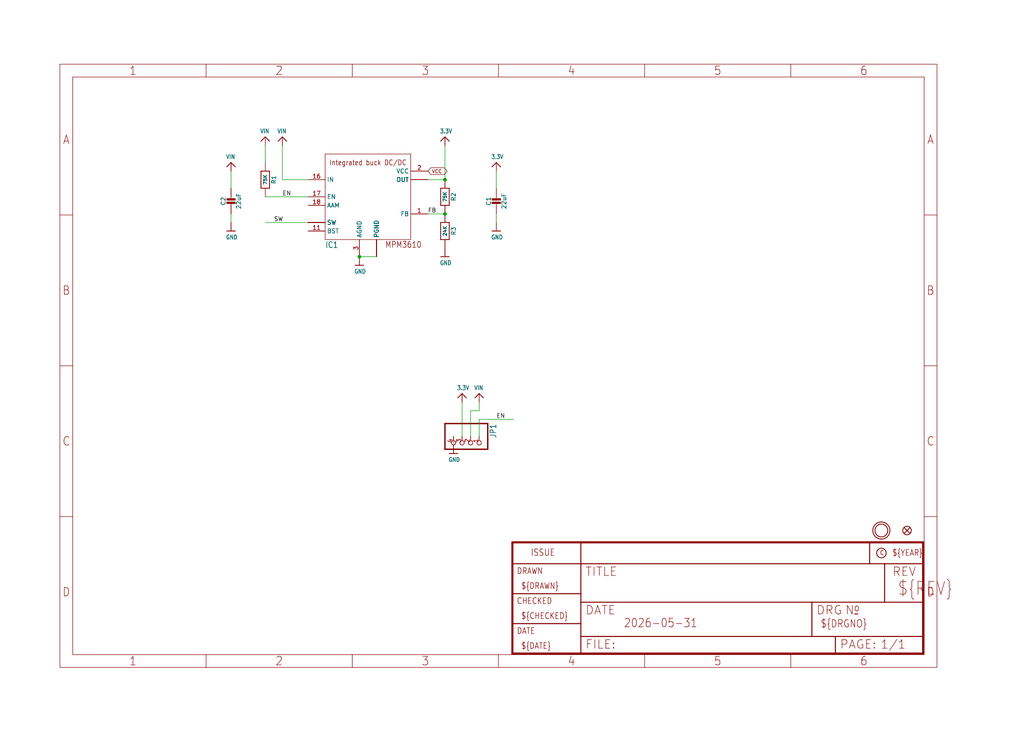
<source format=kicad_sch>
(kicad_sch (version 20230121) (generator eeschema)
  (paper "User" 303.962 217.322)
  (lib_symbols
    (symbol "working-eagle-import:3.3V" (power)
      (property "Value" "3.3V" (at -1.524 1.016 0))
      (symbol "3.3V_1_0"
        (polyline (pts (xy -1.27 -1.27) (xy 0 0)) (stroke (width 0.254)))
        (polyline (pts (xy 0 0) (xy 1.27 -1.27)) (stroke (width 0.254)))
        (pin power_in line (at 0 -2.54 90) (length 2.54) (name "3.3V") (number "1"))
      )
    )
    (symbol "working-eagle-import:CAP_CERAMIC0805-NOOUTLINE"
      (property "Reference" "C" (at -2.29 1.25 90))
      (symbol "CAP_CERAMIC0805-NOOUTLINE_1_0"
        (rectangle (start -1.27 0.508) (end 1.27 1.016) (fill (type outline)))
        (rectangle (start -1.27 1.524) (end 1.27 2.032) (fill (type outline)))
        (polyline (pts (xy 0 0.762) (xy 0 0)) (stroke (width 0.1524)))
        (polyline (pts (xy 0 2.54) (xy 0 1.778)) (stroke (width 0.1524)))
        (pin passive line (at 0 5.08 270) (length 2.54) (name "1") (number "1"))
        (pin passive line (at 0 -2.54 90) (length 2.54) (name "2") (number "2"))
      )
    )
    (symbol "working-eagle-import:FIDUCIAL_1MM"
      (symbol "FIDUCIAL_1MM_1_0"
        (polyline (pts (xy -0.762 0.762) (xy 0.762 -0.762)) (stroke (width 0.254)))
        (polyline (pts (xy 0.762 0.762) (xy -0.762 -0.762)) (stroke (width 0.254)))
        (circle (center 0 0) (radius 1.27) (stroke (width 0.254)))
      )
    )
    (symbol "working-eagle-import:FRAME_A4"
      (symbol "FRAME_A4_1_0"
        (polyline (pts (xy 0 44.7675) (xy 3.81 44.7675)))
        (polyline (pts (xy 0 89.535) (xy 3.81 89.535)))
        (polyline (pts (xy 0 134.3025) (xy 3.81 134.3025)))
        (polyline (pts (xy 3.81 3.81) (xy 3.81 175.26)))
        (polyline (pts (xy 43.3917 0) (xy 43.3917 3.81)))
        (polyline (pts (xy 43.3917 175.26) (xy 43.3917 179.07)))
        (polyline (pts (xy 86.7833 0) (xy 86.7833 3.81)))
        (polyline (pts (xy 86.7833 175.26) (xy 86.7833 179.07)))
        (polyline (pts (xy 130.175 0) (xy 130.175 3.81)))
        (polyline (pts (xy 130.175 175.26) (xy 130.175 179.07)))
        (polyline (pts (xy 173.5667 0) (xy 173.5667 3.81)))
        (polyline (pts (xy 173.5667 175.26) (xy 173.5667 179.07)))
        (polyline (pts (xy 216.9583 0) (xy 216.9583 3.81)))
        (polyline (pts (xy 216.9583 175.26) (xy 216.9583 179.07)))
        (polyline (pts (xy 256.54 3.81) (xy 3.81 3.81)))
        (polyline (pts (xy 256.54 3.81) (xy 256.54 8.89)) (stroke (width 0.1016)))
        (polyline (pts (xy 256.54 3.81) (xy 256.54 175.26)))
        (polyline (pts (xy 256.54 8.89) (xy 256.54 13.97)) (stroke (width 0.1016)))
        (polyline (pts (xy 256.54 13.97) (xy 256.54 19.05)) (stroke (width 0.1016)))
        (polyline (pts (xy 256.54 19.05) (xy 256.54 36.83)) (stroke (width 0.1016)))
        (polyline (pts (xy 256.54 44.7675) (xy 260.35 44.7675)))
        (polyline (pts (xy 256.54 89.535) (xy 260.35 89.535)))
        (polyline (pts (xy 256.54 134.3025) (xy 260.35 134.3025)))
        (polyline (pts (xy 256.54 175.26) (xy 3.81 175.26)))
        (polyline (pts (xy 0 0) (xy 260.35 0) (xy 260.35 179.07) (xy 0 179.07) (xy 0 0)))
        (text "1" (at 21.6958 1.905 0) (effects (font (size 2.54 2.286))))
        (text "1" (at 21.6958 177.165 0) (effects (font (size 2.54 2.286))))
        (text "2" (at 65.0875 1.905 0) (effects (font (size 2.54 2.286))))
        (text "2" (at 65.0875 177.165 0) (effects (font (size 2.54 2.286))))
        (text "3" (at 108.4792 1.905 0) (effects (font (size 2.54 2.286))))
        (text "3" (at 108.4792 177.165 0) (effects (font (size 2.54 2.286))))
        (text "4" (at 151.8708 1.905 0) (effects (font (size 2.54 2.286))))
        (text "4" (at 151.8708 177.165 0) (effects (font (size 2.54 2.286))))
        (text "5" (at 195.2625 1.905 0) (effects (font (size 2.54 2.286))))
        (text "5" (at 195.2625 177.165 0) (effects (font (size 2.54 2.286))))
        (text "6" (at 238.6542 1.905 0) (effects (font (size 2.54 2.286))))
        (text "6" (at 238.6542 177.165 0) (effects (font (size 2.54 2.286))))
        (text "A" (at 1.905 156.6863 0) (effects (font (size 2.54 2.286))))
        (text "A" (at 258.445 156.6863 0) (effects (font (size 2.54 2.286))))
        (text "B" (at 1.905 111.9188 0) (effects (font (size 2.54 2.286))))
        (text "B" (at 258.445 111.9188 0) (effects (font (size 2.54 2.286))))
        (text "C" (at 1.905 67.1513 0) (effects (font (size 2.54 2.286))))
        (text "C" (at 258.445 67.1513 0) (effects (font (size 2.54 2.286))))
        (text "D" (at 1.905 22.3838 0) (effects (font (size 2.54 2.286))))
        (text "D" (at 258.445 22.3838 0) (effects (font (size 2.54 2.286))))
      )
      (symbol "FRAME_A4_2_0"
        (polyline (pts (xy -0.3048 1.5748) (xy 20.0152 1.5748)) (stroke (width 0.6096)))
        (polyline (pts (xy -0.3048 10.4648) (xy -0.3048 1.5748)) (stroke (width 0.6096)))
        (polyline (pts (xy -0.3048 10.4648) (xy 20.0152 10.4648)) (stroke (width 0.3048)))
        (polyline (pts (xy -0.3048 19.3548) (xy -0.3048 10.4648)) (stroke (width 0.6096)))
        (polyline (pts (xy -0.3048 19.3548) (xy 20.0152 19.3548)) (stroke (width 0.3048)))
        (polyline (pts (xy -0.3048 28.2448) (xy -0.3048 19.3548)) (stroke (width 0.6096)))
        (polyline (pts (xy -0.3048 28.2448) (xy 20.0152 28.2448)) (stroke (width 0.3048)))
        (polyline (pts (xy -0.3048 34.5948) (xy -0.3048 28.2448)) (stroke (width 0.6096)))
        (polyline (pts (xy 20.0152 1.5748) (xy 20.0152 6.6548)) (stroke (width 0.3048)))
        (polyline (pts (xy 20.0152 1.5748) (xy 95.5802 1.5748)) (stroke (width 0.6096)))
        (polyline (pts (xy 20.0152 6.6548) (xy 20.0152 10.4648)) (stroke (width 0.3048)))
        (polyline (pts (xy 20.0152 6.6548) (xy 88.5952 6.6548)) (stroke (width 0.3048)))
        (polyline (pts (xy 20.0152 10.4648) (xy 20.0152 16.8148)) (stroke (width 0.3048)))
        (polyline (pts (xy 20.0152 16.8148) (xy 20.0152 19.3548)) (stroke (width 0.3048)))
        (polyline (pts (xy 20.0152 19.3548) (xy 20.0152 28.2448)) (stroke (width 0.3048)))
        (polyline (pts (xy 20.0152 28.2448) (xy 20.0152 34.5948)) (stroke (width 0.3048)))
        (polyline (pts (xy 20.0152 28.2448) (xy 105.7402 28.2448)) (stroke (width 0.3048)))
        (polyline (pts (xy 20.0152 34.5948) (xy -0.3048 34.5948)) (stroke (width 0.6096)))
        (polyline (pts (xy 88.5952 6.6548) (xy 95.5802 6.6548)) (stroke (width 0.3048)))
        (polyline (pts (xy 88.5952 16.8148) (xy 20.0152 16.8148)) (stroke (width 0.3048)))
        (polyline (pts (xy 88.5952 16.8148) (xy 88.5952 6.6548)) (stroke (width 0.3048)))
        (polyline (pts (xy 95.5802 1.5748) (xy 121.6152 1.5748)) (stroke (width 0.6096)))
        (polyline (pts (xy 95.5802 6.6548) (xy 95.5802 1.5748)) (stroke (width 0.3048)))
        (polyline (pts (xy 95.5802 6.6548) (xy 121.6152 6.6548)) (stroke (width 0.3048)))
        (polyline (pts (xy 101.2952 13.3223) (xy 102.2477 13.3223)) (stroke (width 0.254)))
        (polyline (pts (xy 105.7402 28.2448) (xy 105.7402 34.5948)) (stroke (width 0.3048)))
        (polyline (pts (xy 105.7402 28.2448) (xy 110.1852 28.2448)) (stroke (width 0.3048)))
        (polyline (pts (xy 105.7402 34.5948) (xy 20.0152 34.5948)) (stroke (width 0.6096)))
        (polyline (pts (xy 110.1852 16.8148) (xy 88.5952 16.8148)) (stroke (width 0.3048)))
        (polyline (pts (xy 110.1852 28.2448) (xy 110.1852 16.8148)) (stroke (width 0.3048)))
        (polyline (pts (xy 110.1852 28.2448) (xy 121.6152 28.2448)) (stroke (width 0.3048)))
        (polyline (pts (xy 121.6152 6.6548) (xy 121.6152 1.5748)) (stroke (width 0.6096)))
        (polyline (pts (xy 121.6152 16.8148) (xy 110.1852 16.8148)) (stroke (width 0.3048)))
        (polyline (pts (xy 121.6152 16.8148) (xy 121.6152 6.6548)) (stroke (width 0.6096)))
        (polyline (pts (xy 121.6152 28.2448) (xy 121.6152 16.8148)) (stroke (width 0.6096)))
        (polyline (pts (xy 121.6152 34.5948) (xy 105.7402 34.5948)) (stroke (width 0.6096)))
        (polyline (pts (xy 121.6152 34.5948) (xy 121.6152 28.2448)) (stroke (width 0.6096)))
        (circle (center 109.2327 31.4198) (radius 1.4199) (stroke (width 0.254)))
        (text "${#}/${##}" (at 108.9152 2.8448 0) (effects (font (size 2.54 2.54)) (justify left bottom)))
        (text "${CHECKED}" (at 2.2352 11.7348 0) (effects (font (size 1.778 1.5113)) (justify left bottom)))
        (text "${COMPANY}" (at 23.349 29.6735 0) (effects (font (size 3.175 2.6987) (thickness 0.5397) bold) (justify left bottom)))
        (text "${CURRENT_DATE}" (at 32.7152 9.1948 0) (effects (font (size 2.54 2.159)) (justify left bottom)))
        (text "${DATE}" (at 2.2352 2.8448 0) (effects (font (size 1.778 1.5113)) (justify left bottom)))
        (text "${DRAWN}" (at 2.2352 20.6248 0) (effects (font (size 1.778 1.5113)) (justify left bottom)))
        (text "${DRGNO}" (at 91.1352 9.1948 0) (effects (font (size 2.1844 1.8567)) (justify left bottom)))
        (text "${PROJECTNAME}" (at 33.0327 2.8448 0) (effects (font (size 2.54 2.159)) (justify left bottom)))
        (text "${REV}" (at 113.9952 18.7198 0) (effects (font (size 3.81 3.2385)) (justify left bottom)))
        (text "${YEAR}" (at 112.4077 30.4673 0) (effects (font (size 1.778 1.5113)) (justify left bottom)))
        (text "C" (at 108.7564 30.7848 0) (effects (font (size 1.27 1.0795)) (justify left bottom)))
        (text "CHECKED" (at 0.9652 16.1798 0) (effects (font (size 1.778 1.5113)) (justify left bottom)))
        (text "DATE" (at 0.9652 7.2898 0) (effects (font (size 1.778 1.5113)) (justify left bottom)))
        (text "DATE" (at 21.2852 13.0048 0) (effects (font (size 2.54 2.54)) (justify left bottom)))
        (text "DRAWN" (at 0.9652 25.0698 0) (effects (font (size 1.778 1.5113)) (justify left bottom)))
        (text "DRG" (at 89.8652 13.0048 0) (effects (font (size 2.54 2.54)) (justify left bottom)))
        (text "FILE:" (at 21.2852 2.8448 0) (effects (font (size 2.54 2.54)) (justify left bottom)))
        (text "ISSUE" (at 5.0927 30.4673 0) (effects (font (size 1.9304 1.6408)) (justify left bottom)))
        (text "N" (at 98.4377 13.0048 0) (effects (font (size 2.54 2.54)) (justify left bottom)))
        (text "o" (at 100.9777 13.9573 0) (effects (font (size 2.1844 1.8567)) (justify left bottom)))
        (text "PAGE:" (at 96.8502 2.8448 0) (effects (font (size 2.54 2.54)) (justify left bottom)))
        (text "REV" (at 112.4077 24.4348 0) (effects (font (size 2.54 2.54)) (justify left bottom)))
        (text "TITLE" (at 21.2852 24.4348 0) (effects (font (size 2.54 2.54)) (justify left bottom)))
      )
    )
    (symbol "working-eagle-import:GND" (power)
      (property "Value" "GND" (at -1.524 -2.54 0))
      (symbol "GND_1_0"
        (polyline (pts (xy -1.27 0) (xy 1.27 0)) (stroke (width 0.254)))
        (pin power_in line (at 0 2.54 270) (length 2.54) (name "GND") (number "1"))
      )
    )
    (symbol "working-eagle-import:HEADER-1X4ROUND"
      (property "Reference" "JP" (at -6.35 8.255 0))
      (symbol "HEADER-1X4ROUND_1_0"
        (polyline (pts (xy -6.35 -5.08) (xy 1.27 -5.08)) (stroke (width 0.4064)))
        (polyline (pts (xy -6.35 7.62) (xy -6.35 -5.08)) (stroke (width 0.4064)))
        (polyline (pts (xy 1.27 -5.08) (xy 1.27 7.62)) (stroke (width 0.4064)))
        (polyline (pts (xy 1.27 7.62) (xy -6.35 7.62)) (stroke (width 0.4064)))
        (pin passive inverted (at -2.54 5.08 0) (length 2.54) (name "1") (number "1"))
        (pin passive inverted (at -2.54 2.54 0) (length 2.54) (name "2") (number "2"))
        (pin passive inverted (at -2.54 0 0) (length 2.54) (name "3") (number "3"))
        (pin passive inverted (at -2.54 -2.54 0) (length 2.54) (name "4") (number "4"))
      )
    )
    (symbol "working-eagle-import:MOUNTINGHOLE2.5"
      (symbol "MOUNTINGHOLE2.5_1_0"
        (circle (center 0 0) (radius 1.905) (stroke (width 0.254)))
        (circle (center 0 0) (radius 2.54) (stroke (width 0.254)))
      )
    )
    (symbol "working-eagle-import:MPM3610"
      (property "Reference" "IC" (at -12.7 -15.24 0))
      (symbol "MPM3610_1_0"
        (polyline (pts (xy -12.7 -12.7) (xy 12.7 -12.7)) (stroke (width 0.1524)))
        (polyline (pts (xy -12.7 12.7) (xy -12.7 -12.7)) (stroke (width 0.1524)))
        (polyline (pts (xy 12.7 -12.7) (xy 12.7 12.7)) (stroke (width 0.1524)))
        (polyline (pts (xy 12.7 12.7) (xy -12.7 12.7)) (stroke (width 0.1524)))
        (text "Integrated buck DC/DC" (at 0 10.16 0) (effects (font (size 1.524 1.2954))))
        (text "MPM3610" (at 5.08 -15.24 0) (effects (font (size 1.778 1.5113)) (justify left bottom)))
        (pin input line (at 17.78 -5.08 180) (length 5.08) (name "FB") (number "1"))
        (pin passive line (at -17.78 -10.16 0) (length 5.08) (name "BST") (number "11"))
        (pin power_in line (at 2.54 -17.78 90) (length 5.08) (name "PGND") (number "12"))
        (pin power_in line (at 2.54 -17.78 90) (length 5.08) (name "PGND") (number "13"))
        (pin power_in line (at 2.54 -17.78 90) (length 5.08) (name "PGND") (number "14"))
        (pin power_in line (at -17.78 5.08 0) (length 5.08) (name "IN") (number "16"))
        (pin input line (at -17.78 0 0) (length 5.08) (name "EN") (number "17"))
        (pin input line (at -17.78 -2.54 0) (length 5.08) (name "AAM") (number "18"))
        (pin power_in line (at 17.78 7.62 180) (length 5.08) (name "VCC") (number "2"))
        (pin power_in line (at -2.54 -17.78 90) (length 5.08) (name "AGND") (number "3"))
        (pin passive line (at -17.78 -7.62 0) (length 5.08) (name "SW") (number "4"))
        (pin passive line (at -17.78 -7.62 0) (length 5.08) (name "SW") (number "5"))
        (pin passive line (at -17.78 -7.62 0) (length 5.08) (name "SW") (number "6"))
        (pin power_in line (at 17.78 5.08 180) (length 5.08) (name "OUT") (number "7"))
        (pin power_in line (at 17.78 5.08 180) (length 5.08) (name "OUT") (number "8"))
        (pin power_in line (at 17.78 5.08 180) (length 5.08) (name "OUT") (number "9"))
      )
    )
    (symbol "working-eagle-import:RESISTOR_0603_NOOUT"
      (property "Reference" "R" (at 0 2.54 0))
      (symbol "RESISTOR_0603_NOOUT_1_0"
        (polyline (pts (xy -2.54 -1.27) (xy -2.54 1.27)) (stroke (width 0.254)))
        (polyline (pts (xy -2.54 1.27) (xy 2.54 1.27)) (stroke (width 0.254)))
        (polyline (pts (xy 2.54 -1.27) (xy -2.54 -1.27)) (stroke (width 0.254)))
        (polyline (pts (xy 2.54 1.27) (xy 2.54 -1.27)) (stroke (width 0.254)))
        (pin passive line (at -5.08 0 0) (length 2.54) (name "1") (number "1"))
        (pin passive line (at 5.08 0 180) (length 2.54) (name "2") (number "2"))
      )
    )
    (symbol "working-eagle-import:VIN" (power)
      (property "Value" "VIN" (at -1.524 1.016 0))
      (symbol "VIN_1_0"
        (polyline (pts (xy -1.27 -1.27) (xy 0 0)) (stroke (width 0.254)))
        (polyline (pts (xy 0 0) (xy 1.27 -1.27)) (stroke (width 0.254)))
        (pin power_in line (at 0 -2.54 90) (length 2.54) (name "VIN") (number "1"))
      )
    )
  )
  (junction (at 132.08 63.5))
  (junction (at 106.68 76.2))
  (junction (at 132.08 53.34))
  (wire (pts (xy 139.7 121.92) (xy 142.24 121.92)) (stroke (width 0.1524)))
  (wire (pts (xy 132.08 43.18) (xy 132.08 53.34)) (stroke (width 0.1524)))
  (wire (pts (xy 91.44 58.42) (xy 78.74 58.42)) (stroke (width 0.1524)))
  (wire (pts (xy 152.4 124.46) (xy 142.24 124.46)) (stroke (width 0.1524)))
  (wire (pts (xy 127 63.5) (xy 132.08 63.5)) (stroke (width 0.1524)))
  (wire (pts (xy 134.62 129.54) (xy 134.62 132.08)) (stroke (width 0.1524)))
  (wire (pts (xy 83.82 53.34) (xy 91.44 53.34)) (stroke (width 0.1524)))
  (wire (pts (xy 68.58 63.5) (xy 68.58 66.04)) (stroke (width 0.1524)))
  (wire (pts (xy 83.82 43.18) (xy 83.82 53.34)) (stroke (width 0.1524)))
  (wire (pts (xy 111.76 76.2) (xy 106.68 76.2)) (stroke (width 0.1524)))
  (wire (pts (xy 142.24 129.54) (xy 142.24 124.46)) (stroke (width 0.1524)))
  (wire (pts (xy 132.08 53.34) (xy 127 53.34)) (stroke (width 0.1524)))
  (wire (pts (xy 78.74 48.26) (xy 78.74 43.18)) (stroke (width 0.1524)))
  (wire (pts (xy 68.58 50.8) (xy 68.58 55.88)) (stroke (width 0.1524)))
  (wire (pts (xy 147.32 55.88) (xy 147.32 50.8)) (stroke (width 0.1524)))
  (wire (pts (xy 139.7 129.54) (xy 139.7 121.92)) (stroke (width 0.1524)))
  (wire (pts (xy 91.44 66.04) (xy 78.74 66.04)) (stroke (width 0.1524)))
  (wire (pts (xy 142.24 121.92) (xy 142.24 119.38)) (stroke (width 0.1524)))
  (wire (pts (xy 137.16 129.54) (xy 137.16 119.38)) (stroke (width 0.1524)))
  (wire (pts (xy 147.32 63.5) (xy 147.32 66.04)) (stroke (width 0.1524)))
  (label "FB" (at 127 63.5 0) (effects (font (size 1.2446 1.2446))))
  (label "SW" (at 81.28 66.04 0) (effects (font (size 1.2446 1.2446))))
  (label "EN" (at 83.82 58.42 0) (effects (font (size 1.2446 1.2446))))
  (label "EN" (at 147.32 124.46 0) (effects (font (size 1.2446 1.2446))))
  (global_label "VCC" (shape bidirectional) (at 127 50.8 0) (effects (font (size 1.016 1.016))) (property "Intersheetrefs" "${INTERSHEET_REFS}" (effects hide)))
  (symbol (lib_id "working-eagle-import:CAP_CERAMIC0805-NOOUTLINE") (at 147.32 60.96 0) (unit 1)
    (property "Reference" "C1" (at 145.03 59.71 90))
    (property "Value" "22uF" (at 149.62 59.71 90))
    (property "Footprint" "working:0805-NO" (effects hide))
  )
  (symbol (lib_id "working-eagle-import:GND") (at 68.58 68.58 0) (unit 1)
    (property "Reference" "#U$3" (effects hide))
    (property "Value" "GND" (at 67.056 71.12 0) (effects (font (size 1.27 1.0795)) (justify left bottom)))
  )
  (symbol (lib_id "working-eagle-import:RESISTOR_0603_NOOUT") (at 132.08 58.42 270) (unit 1)
    (property "Reference" "R2" (at 134.62 58.42 0))
    (property "Value" "75K" (at 132.08 58.42 0) (effects (font (size 1.016 1.016) bold)))
    (property "Footprint" "working:0603-NO" (effects hide))
  )
  (symbol (lib_id "working-eagle-import:RESISTOR_0603_NOOUT") (at 78.74 53.34 270) (unit 1)
    (property "Reference" "R1" (at 81.28 53.34 0))
    (property "Value" "75K" (at 78.74 53.34 0) (effects (font (size 1.016 1.016) bold)))
    (property "Footprint" "working:0603-NO" (effects hide))
  )
  (symbol (lib_id "working-eagle-import:3.3V") (at 147.32 48.26 0) (unit 1)
    (property "Reference" "#U$2" (effects hide))
    (property "Value" "3.3V" (at 145.796 47.244 0) (effects (font (size 1.27 1.0795)) (justify left bottom)))
  )
  (symbol (lib_id "working-eagle-import:GND") (at 134.62 134.62 0) (unit 1)
    (property "Reference" "#U$8" (effects hide))
    (property "Value" "GND" (at 133.096 137.16 0) (effects (font (size 1.27 1.0795)) (justify left bottom)))
  )
  (symbol (lib_id "working-eagle-import:3.3V") (at 137.16 116.84 0) (unit 1)
    (property "Reference" "#U$7" (effects hide))
    (property "Value" "3.3V" (at 135.636 115.824 0) (effects (font (size 1.27 1.0795)) (justify left bottom)))
  )
  (symbol (lib_id "working-eagle-import:VIN") (at 142.24 116.84 0) (unit 1)
    (property "Reference" "#U$6" (effects hide))
    (property "Value" "VIN" (at 140.716 115.824 0) (effects (font (size 1.27 1.0795)) (justify left bottom)))
  )
  (symbol (lib_id "working-eagle-import:GND") (at 147.32 68.58 0) (unit 1)
    (property "Reference" "#U$1" (effects hide))
    (property "Value" "GND" (at 145.796 71.12 0) (effects (font (size 1.27 1.0795)) (justify left bottom)))
  )
  (symbol (lib_id "working-eagle-import:FIDUCIAL_1MM") (at 269.24 157.48 0) (unit 1)
    (property "Reference" "FID1" (effects hide))
    (property "Value" "FIDUCIAL_1MM" (effects hide))
    (property "Footprint" "working:FIDUCIAL_1MM" (effects hide))
  )
  (symbol (lib_id "working-eagle-import:3.3V") (at 132.08 40.64 0) (unit 1)
    (property "Reference" "#U$15" (effects hide))
    (property "Value" "3.3V" (at 130.556 39.624 0) (effects (font (size 1.27 1.0795)) (justify left bottom)))
  )
  (symbol (lib_id "working-eagle-import:GND") (at 106.68 78.74 0) (unit 1)
    (property "Reference" "#U$13" (effects hide))
    (property "Value" "GND" (at 105.156 81.28 0) (effects (font (size 1.27 1.0795)) (justify left bottom)))
  )
  (symbol (lib_id "working-eagle-import:MOUNTINGHOLE2.5") (at 261.62 157.48 0) (unit 1)
    (property "Reference" "U$9" (effects hide))
    (property "Value" "MOUNTINGHOLE2.5" (effects hide))
    (property "Footprint" "working:MOUNTINGHOLE_2.5_PLATED" (effects hide))
  )
  (symbol (lib_id "working-eagle-import:CAP_CERAMIC0805-NOOUTLINE") (at 68.58 60.96 0) (unit 1)
    (property "Reference" "C2" (at 66.29 59.71 90))
    (property "Value" "22uF" (at 70.88 59.71 90))
    (property "Footprint" "working:0805-NO" (effects hide))
  )
  (symbol (lib_id "working-eagle-import:HEADER-1X4ROUND") (at 137.16 132.08 270) (unit 1)
    (property "Reference" "JP1" (at 145.415 125.73 0) (effects (font (size 1.778 1.5113)) (justify left bottom)))
    (property "Value" "HEADER-1X4ROUND" (effects hide))
    (property "Footprint" "working:1X04_ROUND" (effects hide))
  )
  (symbol (lib_id "working-eagle-import:VIN") (at 68.58 48.26 0) (unit 1)
    (property "Reference" "#U$4" (effects hide))
    (property "Value" "VIN" (at 67.056 47.244 0) (effects (font (size 1.27 1.0795)) (justify left bottom)))
  )
  (symbol (lib_id "working-eagle-import:MPM3610") (at 109.22 58.42 0) (unit 1)
    (property "Reference" "IC1" (at 96.52 73.66 0) (effects (font (size 1.778 1.5113)) (justify left bottom)))
    (property "Value" "MPM3610" (effects hide))
    (property "Footprint" "working:MPM3610" (effects hide))
  )
  (symbol (lib_id "working-eagle-import:FRAME_A4") (at 17.78 198.12 0) (unit 1)
    (property "Reference" "#FRAME1" (effects hide))
    (property "Value" "FRAME_A4" (effects hide))
  )
  (symbol (lib_id "working-eagle-import:VIN") (at 83.82 40.64 0) (unit 1)
    (property "Reference" "#U$14" (effects hide))
    (property "Value" "VIN" (at 82.296 39.624 0) (effects (font (size 1.27 1.0795)) (justify left bottom)))
  )
  (symbol (lib_id "working-eagle-import:FRAME_A4") (at 152.4 195.58 0) (unit 2)
    (property "Reference" "#FRAME1" (effects hide))
    (property "Value" "FRAME_A4" (effects hide))
  )
  (symbol (lib_id "working-eagle-import:GND") (at 132.08 76.2 0) (unit 1)
    (property "Reference" "#U$5" (effects hide))
    (property "Value" "GND" (at 130.556 78.74 0) (effects (font (size 1.27 1.0795)) (justify left bottom)))
  )
  (symbol (lib_id "working-eagle-import:VIN") (at 78.74 40.64 0) (unit 1)
    (property "Reference" "#U$12" (effects hide))
    (property "Value" "VIN" (at 77.216 39.624 0) (effects (font (size 1.27 1.0795)) (justify left bottom)))
  )
  (symbol (lib_id "working-eagle-import:RESISTOR_0603_NOOUT") (at 132.08 68.58 270) (unit 1)
    (property "Reference" "R3" (at 134.62 68.58 0))
    (property "Value" "24K" (at 132.08 68.58 0) (effects (font (size 1.016 1.016) bold)))
    (property "Footprint" "working:0603-NO" (effects hide))
  )
)
</source>
